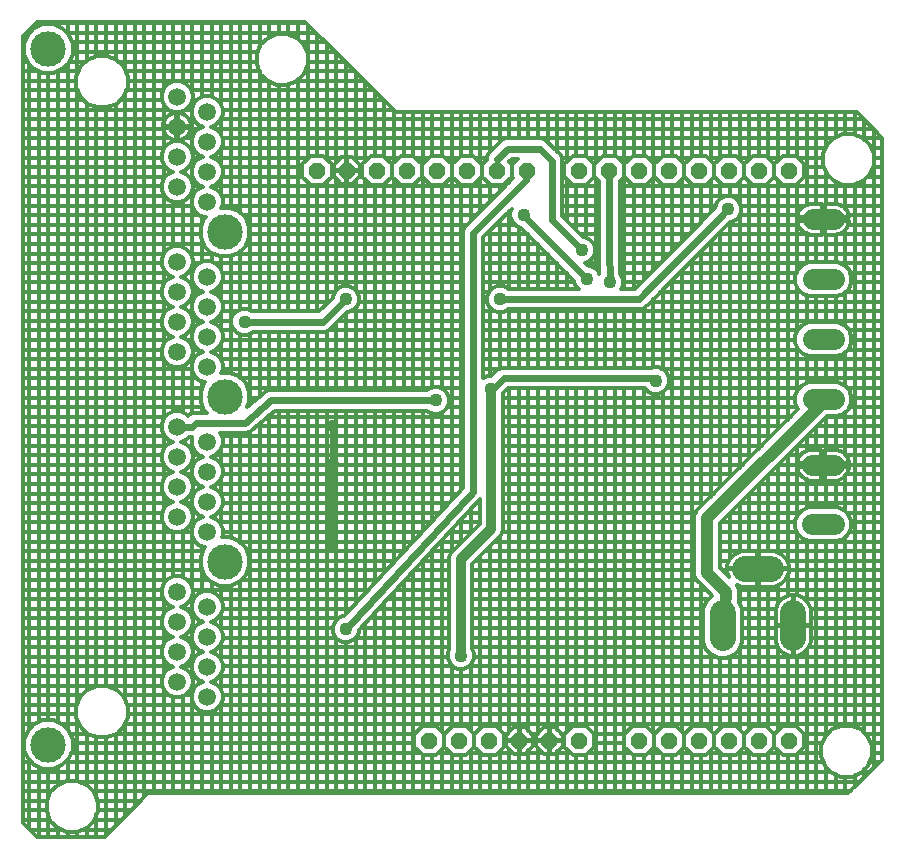
<source format=gbl>
G75*
G70*
%OFA0B0*%
%FSLAX24Y24*%
%IPPOS*%
%LPD*%
%AMOC8*
5,1,8,0,0,1.08239X$1,22.5*
%
%ADD10OC8,0.0555*%
%ADD11C,0.0860*%
%ADD12C,0.0594*%
%ADD13C,0.0710*%
%ADD14C,0.0120*%
%ADD15C,0.0436*%
%ADD16C,0.0240*%
%ADD17C,0.0160*%
%ADD18C,0.0320*%
%ADD19C,0.0400*%
%ADD20C,0.1181*%
D10*
X015051Y003410D03*
X016051Y003410D03*
X017051Y003410D03*
X018051Y003410D03*
X019051Y003410D03*
X020051Y003410D03*
X022051Y003410D03*
X023051Y003410D03*
X024051Y003410D03*
X025051Y003410D03*
X026051Y003410D03*
X027051Y003410D03*
X027051Y022410D03*
X026051Y022410D03*
X025051Y022410D03*
X024051Y022410D03*
X023051Y022410D03*
X022051Y022410D03*
X021051Y022410D03*
X020051Y022410D03*
X018301Y022410D03*
X017301Y022410D03*
X016301Y022410D03*
X015301Y022410D03*
X014301Y022410D03*
X013301Y022410D03*
X012301Y022410D03*
X011301Y022410D03*
D11*
X025576Y009131D02*
X026436Y009131D01*
X027187Y007671D02*
X027187Y006811D01*
X024825Y006811D02*
X024825Y007671D01*
D12*
X007641Y007871D03*
X007641Y006871D03*
X007641Y005871D03*
X007641Y004871D03*
X006641Y005371D03*
X006641Y006371D03*
X006641Y007371D03*
X006641Y008371D03*
X007641Y010371D03*
X007641Y011371D03*
X007641Y012371D03*
X007641Y013371D03*
X006641Y013871D03*
X006641Y012871D03*
X006641Y011871D03*
X006641Y010871D03*
X007641Y015871D03*
X007641Y016871D03*
X007641Y017871D03*
X007641Y018871D03*
X006641Y019371D03*
X006641Y018371D03*
X006641Y017371D03*
X006641Y016371D03*
X007641Y021371D03*
X007641Y022371D03*
X007641Y023371D03*
X007641Y024371D03*
X006641Y024871D03*
X006641Y023871D03*
X006641Y022871D03*
X006641Y021871D03*
D13*
X027823Y020788D02*
X028533Y020788D01*
X028533Y018788D02*
X027823Y018788D01*
X027823Y016788D02*
X028533Y016788D01*
X028533Y014788D02*
X027823Y014788D01*
X027819Y012591D02*
X028529Y012591D01*
X028529Y010623D02*
X027819Y010623D01*
D14*
X001516Y000658D02*
X001516Y026895D01*
X001973Y027351D01*
X010902Y027351D01*
X013949Y024351D01*
X029303Y024351D01*
X030122Y023485D01*
X030122Y002753D01*
X029020Y001650D01*
X005673Y001650D01*
X004225Y000202D01*
X001973Y000202D01*
X001516Y000658D01*
X001516Y000761D02*
X002410Y000761D01*
X002420Y000735D02*
X002659Y000496D01*
X002972Y000366D01*
X003310Y000366D01*
X003622Y000496D01*
X003861Y000735D01*
X003991Y001047D01*
X003991Y001385D01*
X003861Y001698D01*
X003622Y001937D01*
X003310Y002066D01*
X002972Y002066D01*
X002659Y001937D01*
X002420Y001698D01*
X002291Y001385D01*
X002291Y001047D01*
X002420Y000735D01*
X002351Y000903D02*
X002351Y000202D01*
X002671Y000202D02*
X002671Y000491D01*
X002792Y000441D02*
X001733Y000441D01*
X001711Y000463D02*
X001711Y002759D01*
X001658Y002811D02*
X001886Y002583D01*
X002184Y002460D01*
X002507Y002460D01*
X002805Y002583D01*
X003033Y002811D01*
X003156Y003109D01*
X003156Y003432D01*
X003033Y003730D01*
X002805Y003958D01*
X002507Y004081D01*
X002184Y004081D01*
X001886Y003958D01*
X001658Y003730D01*
X001535Y003432D01*
X001535Y003109D01*
X001658Y002811D01*
X001789Y002681D02*
X001516Y002681D01*
X001516Y003001D02*
X001580Y003001D01*
X002031Y002524D02*
X002031Y000202D01*
X002291Y001081D02*
X001516Y001081D01*
X001516Y001401D02*
X002297Y001401D01*
X002351Y001530D02*
X002351Y002460D01*
X002671Y002528D02*
X002671Y001942D01*
X002911Y002041D02*
X001516Y002041D01*
X001516Y002361D02*
X028447Y002361D01*
X028470Y002337D02*
X028783Y002208D01*
X029121Y002208D01*
X029433Y002337D01*
X029672Y002576D01*
X029802Y002889D01*
X029802Y003227D01*
X029672Y003539D01*
X029433Y003778D01*
X029121Y003908D01*
X028783Y003908D01*
X028470Y003778D01*
X028231Y003539D01*
X028102Y003227D01*
X028102Y002889D01*
X028231Y002576D01*
X028470Y002337D01*
X028591Y002288D02*
X028591Y001650D01*
X028911Y001650D02*
X028911Y002208D01*
X029231Y002254D02*
X029231Y001862D01*
X029090Y001721D02*
X003838Y001721D01*
X003951Y001482D02*
X003951Y003519D01*
X003970Y003511D02*
X004312Y003511D01*
X004628Y003642D01*
X004870Y003884D01*
X005001Y004200D01*
X005001Y004542D01*
X004870Y004858D01*
X004628Y005100D01*
X004312Y005231D01*
X003970Y005231D01*
X003654Y005100D01*
X003412Y004858D01*
X003281Y004542D01*
X003281Y004200D01*
X003412Y003884D01*
X003654Y003642D01*
X003970Y003511D01*
X004271Y003511D02*
X004271Y000248D01*
X004464Y000441D02*
X003490Y000441D01*
X003631Y000504D02*
X003631Y000202D01*
X003311Y000202D02*
X003311Y000367D01*
X002991Y000366D02*
X002991Y000202D01*
X003872Y000761D02*
X004784Y000761D01*
X004911Y000888D02*
X004911Y003983D01*
X004902Y003961D02*
X030122Y003961D01*
X030122Y004281D02*
X005001Y004281D01*
X004976Y004601D02*
X007193Y004601D01*
X007202Y004578D02*
X007348Y004433D01*
X007538Y004354D01*
X007744Y004354D01*
X007934Y004433D01*
X008079Y004578D01*
X008158Y004768D01*
X008158Y004974D01*
X008079Y005164D01*
X007934Y005309D01*
X007785Y005371D01*
X007934Y005433D01*
X008079Y005578D01*
X008158Y005768D01*
X008158Y005974D01*
X008079Y006164D01*
X007934Y006309D01*
X007785Y006371D01*
X007934Y006433D01*
X008079Y006578D01*
X008158Y006768D01*
X008158Y006974D01*
X008079Y007164D01*
X007934Y007309D01*
X007785Y007371D01*
X007934Y007433D01*
X008079Y007578D01*
X008158Y007768D01*
X008158Y007974D01*
X008079Y008164D01*
X007934Y008309D01*
X007744Y008388D01*
X007538Y008388D01*
X007348Y008309D01*
X007202Y008164D01*
X007124Y007974D01*
X007124Y007768D01*
X007202Y007578D01*
X007348Y007433D01*
X007497Y007371D01*
X007348Y007309D01*
X007202Y007164D01*
X007124Y006974D01*
X007124Y006768D01*
X007202Y006578D01*
X007348Y006433D01*
X007497Y006371D01*
X007348Y006309D01*
X007202Y006164D01*
X007124Y005974D01*
X007124Y005768D01*
X007202Y005578D01*
X007348Y005433D01*
X007497Y005371D01*
X007348Y005309D01*
X007202Y005164D01*
X007124Y004974D01*
X007124Y004768D01*
X007202Y004578D01*
X007151Y004702D02*
X007151Y001650D01*
X007471Y001650D02*
X007471Y004382D01*
X007791Y004373D02*
X007791Y001650D01*
X008111Y001650D02*
X008111Y004654D01*
X008089Y004601D02*
X030122Y004601D01*
X030122Y004921D02*
X008158Y004921D01*
X008111Y005088D02*
X008111Y005654D01*
X008062Y005561D02*
X030122Y005561D01*
X030122Y005881D02*
X016363Y005881D01*
X016344Y005862D02*
X016467Y005985D01*
X016534Y006146D01*
X016534Y006320D01*
X016476Y006461D01*
X016476Y009294D01*
X017334Y010153D01*
X017441Y010260D01*
X017499Y010400D01*
X017499Y014955D01*
X017510Y014982D01*
X017683Y015155D01*
X022223Y015155D01*
X022343Y015035D01*
X022504Y014968D01*
X022679Y014968D01*
X022840Y015035D01*
X022963Y015158D01*
X023030Y015319D01*
X023030Y015494D01*
X022963Y015655D01*
X022840Y015778D01*
X022679Y015844D01*
X022504Y015844D01*
X022481Y015835D01*
X017475Y015835D01*
X017350Y015783D01*
X017254Y015688D01*
X017116Y015549D01*
X017003Y015549D01*
X016841Y015482D01*
X016840Y015481D01*
X016840Y019902D01*
X016839Y019905D01*
X016839Y020177D01*
X017801Y021139D01*
X017754Y021025D01*
X017754Y020851D01*
X017821Y020690D01*
X017944Y020566D01*
X018105Y020500D01*
X018120Y020500D01*
X019880Y018740D01*
X019880Y018695D01*
X019947Y018534D01*
X020023Y018458D01*
X017687Y018458D01*
X017656Y018489D01*
X017495Y018556D01*
X017320Y018556D01*
X017159Y018489D01*
X017036Y018366D01*
X016969Y018205D01*
X016969Y018031D01*
X017036Y017870D01*
X017159Y017747D01*
X017320Y017680D01*
X017495Y017680D01*
X017656Y017747D01*
X017687Y017778D01*
X021966Y017778D01*
X022034Y017778D01*
X022100Y017778D01*
X022101Y017778D01*
X022101Y017778D01*
X022161Y017803D01*
X022225Y017830D01*
X022226Y017830D01*
X022274Y017879D01*
X022321Y017925D01*
X022321Y017926D01*
X025060Y020683D01*
X025103Y020683D01*
X025264Y020750D01*
X025387Y020873D01*
X025454Y021034D01*
X025454Y021208D01*
X025387Y021369D01*
X025264Y021492D01*
X025103Y021559D01*
X024929Y021559D01*
X024768Y021492D01*
X024644Y021369D01*
X024578Y021208D01*
X024578Y021162D01*
X021891Y018458D01*
X021437Y018458D01*
X021494Y018597D01*
X021494Y018771D01*
X021428Y018932D01*
X021395Y018965D01*
X021391Y019817D01*
X021391Y022047D01*
X021549Y022204D01*
X021549Y022616D01*
X021257Y022908D01*
X020845Y022908D01*
X020554Y022616D01*
X020554Y022204D01*
X020711Y022047D01*
X020711Y019888D01*
X020711Y019887D01*
X020711Y019823D01*
X020711Y019753D01*
X020712Y019752D01*
X020715Y018969D01*
X020689Y019031D01*
X020566Y019154D01*
X020405Y019220D01*
X020361Y019220D01*
X020249Y019332D01*
X020379Y019385D01*
X020502Y019509D01*
X020569Y019670D01*
X020569Y019844D01*
X020502Y020005D01*
X020379Y020128D01*
X020218Y020195D01*
X020174Y020195D01*
X019477Y020892D01*
X019477Y022797D01*
X019425Y022922D01*
X019329Y023017D01*
X018916Y023431D01*
X018791Y023483D01*
X018656Y023483D01*
X017593Y023483D01*
X017468Y023431D01*
X017372Y023335D01*
X017013Y022976D01*
X016961Y022851D01*
X016961Y022774D01*
X016804Y022616D01*
X016804Y022204D01*
X017095Y021913D01*
X017507Y021913D01*
X017799Y022204D01*
X017799Y022616D01*
X017707Y022708D01*
X017801Y022803D01*
X017990Y022803D01*
X017804Y022616D01*
X017804Y022204D01*
X017854Y022154D01*
X016307Y020606D01*
X016211Y020510D01*
X016159Y020385D01*
X016159Y019768D01*
X016160Y019765D01*
X016160Y011842D01*
X012207Y007559D01*
X012179Y007559D01*
X012018Y007492D01*
X011894Y007369D01*
X011828Y007208D01*
X011828Y007034D01*
X011894Y006873D01*
X012018Y006750D01*
X012179Y006683D01*
X012353Y006683D01*
X012514Y006750D01*
X012637Y006873D01*
X012704Y007034D01*
X012704Y007094D01*
X016739Y011467D01*
X016739Y010633D01*
X015773Y009667D01*
X015716Y009527D01*
X015716Y009376D01*
X015716Y006461D01*
X015657Y006320D01*
X015657Y006146D01*
X015724Y005985D01*
X015847Y005862D01*
X016008Y005795D01*
X016183Y005795D01*
X016344Y005862D01*
X016431Y005949D02*
X016431Y003734D01*
X016524Y003641D02*
X016578Y003641D01*
X016554Y003616D02*
X016554Y003204D01*
X016845Y002913D01*
X017257Y002913D01*
X017549Y003204D01*
X017549Y003616D01*
X017257Y003908D01*
X016845Y003908D01*
X016554Y003616D01*
X016549Y003616D02*
X016257Y003908D01*
X015845Y003908D01*
X015554Y003616D01*
X015554Y003204D01*
X015845Y002913D01*
X016257Y002913D01*
X016549Y003204D01*
X016549Y003616D01*
X016751Y003813D02*
X016751Y009570D01*
X016902Y009721D02*
X023884Y009721D01*
X023884Y010041D02*
X017222Y010041D01*
X017071Y009890D02*
X017071Y003908D01*
X017391Y003774D02*
X017391Y010210D01*
X017483Y010361D02*
X023884Y010361D01*
X023884Y010681D02*
X017499Y010681D01*
X017499Y011001D02*
X023925Y011001D01*
X023948Y011058D02*
X023884Y010903D01*
X023884Y010736D01*
X023884Y008925D01*
X023948Y008771D01*
X024066Y008653D01*
X024485Y008234D01*
X024457Y008222D01*
X024274Y008039D01*
X024175Y007800D01*
X024175Y006682D01*
X024274Y006443D01*
X024457Y006260D01*
X024696Y006161D01*
X024954Y006161D01*
X025193Y006260D01*
X025376Y006443D01*
X025475Y006682D01*
X025475Y007800D01*
X025376Y008039D01*
X025364Y008051D01*
X025374Y008074D01*
X025374Y008276D01*
X025374Y008443D01*
X025310Y008597D01*
X025301Y008606D01*
X025459Y008541D01*
X025987Y008541D01*
X025987Y009112D01*
X024986Y009112D01*
X024986Y009013D01*
X025051Y008855D01*
X024724Y009183D01*
X024724Y010646D01*
X028292Y014213D01*
X028648Y014213D01*
X028859Y014301D01*
X029021Y014463D01*
X029108Y014674D01*
X029108Y014903D01*
X029021Y015114D01*
X028859Y015276D01*
X028648Y015363D01*
X027709Y015363D01*
X027498Y015276D01*
X027336Y015114D01*
X027248Y014903D01*
X027248Y014674D01*
X027336Y014463D01*
X027344Y014454D01*
X023948Y011058D01*
X024111Y011220D02*
X024111Y019728D01*
X024025Y019641D02*
X030122Y019641D01*
X030122Y019961D02*
X024343Y019961D01*
X024431Y020050D02*
X024431Y011540D01*
X024531Y011641D02*
X017499Y011641D01*
X017499Y011961D02*
X024851Y011961D01*
X024751Y011860D02*
X024751Y020372D01*
X024661Y020281D02*
X027702Y020281D01*
X027721Y020273D02*
X028121Y020273D01*
X028121Y020731D01*
X028236Y020731D01*
X028236Y020846D01*
X028121Y020846D01*
X028121Y021303D01*
X027721Y021303D01*
X027532Y021225D01*
X027387Y021080D01*
X027308Y020891D01*
X027308Y020846D01*
X028121Y020846D01*
X028121Y020731D01*
X027308Y020731D01*
X027308Y020686D01*
X027387Y020497D01*
X027532Y020352D01*
X027721Y020273D01*
X027631Y020311D02*
X027631Y019331D01*
X027607Y019321D02*
X023707Y019321D01*
X023791Y019405D02*
X023791Y003853D01*
X023845Y003908D02*
X023554Y003616D01*
X023554Y003204D01*
X023845Y002913D01*
X024257Y002913D01*
X024549Y003204D01*
X024549Y003616D01*
X024257Y003908D01*
X023845Y003908D01*
X024111Y003908D02*
X024111Y008608D01*
X023958Y008761D02*
X016476Y008761D01*
X016476Y009081D02*
X023884Y009081D01*
X023884Y009401D02*
X016582Y009401D01*
X016111Y010004D02*
X016111Y010786D01*
X016014Y010681D02*
X016739Y010681D01*
X016739Y011001D02*
X016309Y011001D01*
X016431Y011133D02*
X016431Y010324D01*
X016467Y010361D02*
X015718Y010361D01*
X015791Y010440D02*
X015791Y009684D01*
X015827Y009721D02*
X015128Y009721D01*
X015151Y009746D02*
X015151Y003908D01*
X015257Y003908D02*
X014845Y003908D01*
X014554Y003616D01*
X014554Y003204D01*
X014845Y002913D01*
X015257Y002913D01*
X015549Y003204D01*
X015549Y003616D01*
X015257Y003908D01*
X015471Y003694D02*
X015471Y010093D01*
X015423Y010041D02*
X016147Y010041D01*
X015716Y009401D02*
X014832Y009401D01*
X014831Y009399D02*
X014831Y003893D01*
X014578Y003641D02*
X004625Y003641D01*
X004591Y003627D02*
X004591Y000568D01*
X005104Y001081D02*
X003991Y001081D01*
X003951Y000951D02*
X003951Y000202D01*
X005231Y001208D02*
X005231Y027351D01*
X005551Y027351D02*
X005551Y001528D01*
X005424Y001401D02*
X003984Y001401D01*
X003631Y001928D02*
X003631Y003665D01*
X003656Y003641D02*
X003069Y003641D01*
X002991Y003772D02*
X002991Y025968D01*
X003033Y026010D02*
X003156Y026308D01*
X003156Y026631D01*
X003033Y026929D01*
X002805Y027156D01*
X002507Y027280D01*
X002184Y027280D01*
X001886Y027156D01*
X001658Y026929D01*
X001535Y026631D01*
X001535Y026308D01*
X001658Y026010D01*
X001886Y025782D01*
X002184Y025659D01*
X002507Y025659D01*
X002805Y025782D01*
X003033Y026010D01*
X003045Y026041D02*
X003595Y026041D01*
X003631Y026077D02*
X003631Y027351D01*
X003311Y027351D02*
X003311Y025614D01*
X003281Y025542D02*
X003281Y025200D01*
X003412Y024884D01*
X003654Y024642D01*
X003970Y024511D01*
X004312Y024511D01*
X004628Y024642D01*
X004870Y024884D01*
X005001Y025200D01*
X005001Y025542D01*
X004870Y025858D01*
X004628Y026100D01*
X004312Y026231D01*
X003970Y026231D01*
X003654Y026100D01*
X003412Y025858D01*
X003281Y025542D01*
X003281Y025401D02*
X001516Y025401D01*
X001516Y025721D02*
X002034Y025721D01*
X002031Y025722D02*
X002031Y004018D01*
X001894Y003961D02*
X001516Y003961D01*
X001711Y003782D02*
X001711Y025958D01*
X001646Y026041D02*
X001516Y026041D01*
X001516Y026361D02*
X001535Y026361D01*
X001516Y026681D02*
X001556Y026681D01*
X001622Y027001D02*
X001731Y027001D01*
X001711Y026981D02*
X001711Y027090D01*
X001942Y027321D02*
X010932Y027321D01*
X010991Y027264D02*
X010991Y022803D01*
X011028Y022841D02*
X007857Y022841D01*
X007791Y022869D02*
X007791Y022873D01*
X007785Y022871D02*
X007934Y022933D01*
X008079Y023078D01*
X008158Y023268D01*
X008158Y023474D01*
X008079Y023664D01*
X007934Y023809D01*
X007785Y023871D01*
X007934Y023933D01*
X008079Y024078D01*
X008158Y024268D01*
X008158Y024474D01*
X008079Y024664D01*
X007934Y024809D01*
X007744Y024888D01*
X007538Y024888D01*
X007348Y024809D01*
X007202Y024664D01*
X007124Y024474D01*
X007124Y024268D01*
X007202Y024078D01*
X007348Y023933D01*
X007497Y023871D01*
X007348Y023809D01*
X007202Y023664D01*
X007124Y023474D01*
X007124Y023268D01*
X007202Y023078D01*
X007348Y022933D01*
X007497Y022871D01*
X007348Y022809D01*
X007202Y022664D01*
X007124Y022474D01*
X007124Y022268D01*
X007202Y022078D01*
X007348Y021933D01*
X007497Y021871D01*
X007348Y021809D01*
X007202Y021664D01*
X007124Y021474D01*
X007124Y021268D01*
X007202Y021078D01*
X007348Y020933D01*
X007538Y020854D01*
X007592Y020854D01*
X007554Y020816D01*
X007431Y020518D01*
X007431Y020196D01*
X007554Y019898D01*
X007782Y019670D01*
X008080Y019547D01*
X008402Y019547D01*
X008700Y019670D01*
X008928Y019898D01*
X009052Y020196D01*
X009052Y020518D01*
X008928Y020816D01*
X008700Y021044D01*
X008402Y021168D01*
X008116Y021168D01*
X008158Y021268D01*
X008158Y021474D01*
X008079Y021664D01*
X007934Y021809D01*
X007785Y021871D01*
X007934Y021933D01*
X008079Y022078D01*
X008158Y022268D01*
X008158Y022474D01*
X008079Y022664D01*
X007934Y022809D01*
X007785Y022871D01*
X007471Y022860D02*
X007471Y022882D01*
X007424Y022841D02*
X007158Y022841D01*
X007158Y022768D02*
X007158Y022974D01*
X007079Y023164D01*
X006934Y023309D01*
X006744Y023388D01*
X006538Y023388D01*
X006348Y023309D01*
X006202Y023164D01*
X006124Y022974D01*
X006124Y022768D01*
X006202Y022578D01*
X006348Y022433D01*
X006497Y022371D01*
X006348Y022309D01*
X006202Y022164D01*
X006124Y021974D01*
X006124Y021768D01*
X006202Y021578D01*
X006348Y021433D01*
X006538Y021354D01*
X006744Y021354D01*
X006934Y021433D01*
X007079Y021578D01*
X007158Y021768D01*
X007158Y021974D01*
X007079Y022164D01*
X006934Y022309D01*
X006785Y022371D01*
X006934Y022433D01*
X007079Y022578D01*
X007158Y022768D01*
X007151Y022751D02*
X007151Y022539D01*
X007143Y022521D02*
X007022Y022521D01*
X006831Y022390D02*
X006831Y022352D01*
X007042Y022201D02*
X007151Y022201D01*
X007151Y022202D02*
X007151Y021991D01*
X007158Y021881D02*
X007472Y021881D01*
X007471Y021882D02*
X007471Y021860D01*
X007791Y021869D02*
X007791Y021873D01*
X007809Y021881D02*
X017582Y021881D01*
X017711Y022010D02*
X017711Y022116D01*
X017795Y022201D02*
X017807Y022201D01*
X017799Y022521D02*
X017804Y022521D01*
X017711Y022704D02*
X017711Y022712D01*
X017198Y023161D02*
X008114Y023161D01*
X008111Y023154D02*
X008111Y022588D01*
X008139Y022521D02*
X010804Y022521D01*
X010804Y022616D02*
X010804Y022204D01*
X011095Y021913D01*
X011507Y021913D01*
X011799Y022204D01*
X011799Y022616D01*
X011507Y022908D01*
X011095Y022908D01*
X010804Y022616D01*
X010807Y022201D02*
X008130Y022201D01*
X008111Y022154D02*
X008111Y021588D01*
X008122Y021561D02*
X017262Y021561D01*
X017391Y021690D02*
X017391Y021913D01*
X017071Y021937D02*
X017071Y021370D01*
X016942Y021241D02*
X008147Y021241D01*
X008431Y021156D02*
X008431Y027351D01*
X008751Y027351D02*
X008751Y020994D01*
X008824Y020921D02*
X016622Y020921D01*
X016751Y021050D02*
X016751Y022156D01*
X016795Y022201D02*
X016807Y022201D01*
X016799Y022204D02*
X016507Y021913D01*
X016095Y021913D01*
X015804Y022204D01*
X015804Y022616D01*
X016095Y022908D01*
X016507Y022908D01*
X016799Y022616D01*
X016799Y022204D01*
X016799Y022521D02*
X016804Y022521D01*
X016751Y022664D02*
X016751Y024351D01*
X017071Y024351D02*
X017071Y023034D01*
X016961Y022841D02*
X016574Y022841D01*
X016431Y022908D02*
X016431Y024351D01*
X016111Y024351D02*
X016111Y022908D01*
X016028Y022841D02*
X015574Y022841D01*
X015507Y022908D02*
X015095Y022908D01*
X014804Y022616D01*
X014804Y022204D01*
X015095Y021913D01*
X015507Y021913D01*
X015799Y022204D01*
X015799Y022616D01*
X015507Y022908D01*
X015471Y022908D02*
X015471Y024351D01*
X015791Y024351D02*
X015791Y022624D01*
X015799Y022521D02*
X015804Y022521D01*
X015795Y022201D02*
X015807Y022201D01*
X015791Y022196D02*
X015791Y011442D01*
X015679Y011321D02*
X008158Y011321D01*
X008158Y011268D02*
X008158Y011474D01*
X008079Y011664D01*
X007934Y011809D01*
X007785Y011871D01*
X007934Y011933D01*
X008079Y012078D01*
X008158Y012268D01*
X008158Y012474D01*
X008079Y012664D01*
X007934Y012809D01*
X007785Y012871D01*
X007934Y012933D01*
X008079Y013078D01*
X008158Y013268D01*
X008158Y013474D01*
X008082Y013656D01*
X008878Y013656D01*
X008932Y013652D01*
X008945Y013656D01*
X008959Y013656D01*
X009009Y013677D01*
X009061Y013694D01*
X009071Y013703D01*
X009083Y013708D01*
X009122Y013746D01*
X009892Y014406D01*
X014986Y014406D01*
X015018Y014375D01*
X015179Y014308D01*
X015353Y014308D01*
X015514Y014375D01*
X015637Y014498D01*
X015704Y014659D01*
X015704Y014833D01*
X015637Y014994D01*
X015514Y015117D01*
X015353Y015184D01*
X015179Y015184D01*
X015018Y015117D01*
X014986Y015086D01*
X009779Y015086D01*
X009724Y015090D01*
X009712Y015086D01*
X009698Y015086D01*
X009648Y015065D01*
X009596Y015048D01*
X009586Y015039D01*
X009573Y015034D01*
X009535Y014996D01*
X008973Y014514D01*
X009052Y014704D01*
X009052Y015026D01*
X008928Y015324D01*
X008700Y015552D01*
X008402Y015676D01*
X008120Y015676D01*
X008158Y015768D01*
X008158Y015974D01*
X008079Y016164D01*
X007934Y016309D01*
X007785Y016371D01*
X007934Y016433D01*
X008079Y016578D01*
X008158Y016768D01*
X008158Y016974D01*
X008079Y017164D01*
X007934Y017309D01*
X007785Y017371D01*
X007934Y017433D01*
X008079Y017578D01*
X008158Y017768D01*
X008158Y017974D01*
X008079Y018164D01*
X007934Y018309D01*
X007785Y018371D01*
X007934Y018433D01*
X008079Y018578D01*
X008158Y018768D01*
X008158Y018974D01*
X008079Y019164D01*
X007934Y019309D01*
X007744Y019388D01*
X007538Y019388D01*
X007348Y019309D01*
X007202Y019164D01*
X007124Y018974D01*
X007124Y018768D01*
X007202Y018578D01*
X007348Y018433D01*
X007497Y018371D01*
X007348Y018309D01*
X007202Y018164D01*
X007124Y017974D01*
X007124Y017768D01*
X007202Y017578D01*
X007348Y017433D01*
X007497Y017371D01*
X007348Y017309D01*
X007202Y017164D01*
X007124Y016974D01*
X007124Y016768D01*
X007202Y016578D01*
X007348Y016433D01*
X007497Y016371D01*
X007348Y016309D01*
X007202Y016164D01*
X007124Y015974D01*
X007124Y015768D01*
X007202Y015578D01*
X007348Y015433D01*
X007538Y015354D01*
X007584Y015354D01*
X007554Y015324D01*
X007431Y015026D01*
X007431Y014704D01*
X007554Y014406D01*
X007624Y014336D01*
X007198Y014336D01*
X007073Y014284D01*
X007016Y014227D01*
X006934Y014309D01*
X006744Y014388D01*
X006538Y014388D01*
X006348Y014309D01*
X006202Y014164D01*
X006124Y013974D01*
X006124Y013768D01*
X006202Y013578D01*
X006348Y013433D01*
X006497Y013371D01*
X006348Y013309D01*
X006202Y013164D01*
X006124Y012974D01*
X006124Y012768D01*
X006202Y012578D01*
X006348Y012433D01*
X006497Y012371D01*
X006348Y012309D01*
X006202Y012164D01*
X006124Y011974D01*
X006124Y011768D01*
X006202Y011578D01*
X006348Y011433D01*
X006497Y011371D01*
X006348Y011309D01*
X006202Y011164D01*
X006124Y010974D01*
X006124Y010768D01*
X006202Y010578D01*
X006348Y010433D01*
X006538Y010354D01*
X006744Y010354D01*
X006934Y010433D01*
X007079Y010578D01*
X007158Y010768D01*
X007158Y010974D01*
X007079Y011164D01*
X006934Y011309D01*
X006785Y011371D01*
X006934Y011433D01*
X007079Y011578D01*
X007158Y011768D01*
X007158Y011974D01*
X007079Y012164D01*
X006934Y012309D01*
X006785Y012371D01*
X006934Y012433D01*
X007079Y012578D01*
X007158Y012768D01*
X007158Y012974D01*
X007079Y013164D01*
X006934Y013309D01*
X006785Y013371D01*
X006934Y013433D01*
X007032Y013531D01*
X007073Y013531D01*
X007147Y013531D01*
X007124Y013474D01*
X007124Y013268D01*
X007202Y013078D01*
X007348Y012933D01*
X007497Y012871D01*
X007348Y012809D01*
X007202Y012664D01*
X007124Y012474D01*
X007124Y012268D01*
X007202Y012078D01*
X007348Y011933D01*
X007497Y011871D01*
X007348Y011809D01*
X007202Y011664D01*
X007124Y011474D01*
X007124Y011268D01*
X007202Y011078D01*
X007348Y010933D01*
X007497Y010871D01*
X007348Y010809D01*
X007202Y010664D01*
X007124Y010474D01*
X007124Y010268D01*
X007202Y010078D01*
X007348Y009933D01*
X007538Y009854D01*
X007576Y009854D01*
X007554Y009832D01*
X007431Y009534D01*
X007431Y009212D01*
X007554Y008914D01*
X007782Y008686D01*
X008080Y008562D01*
X008402Y008562D01*
X008700Y008686D01*
X008928Y008914D01*
X009052Y009212D01*
X009052Y009534D01*
X008928Y009832D01*
X008700Y010060D01*
X008402Y010183D01*
X008123Y010183D01*
X008158Y010268D01*
X008158Y010474D01*
X008079Y010664D01*
X007934Y010809D01*
X007785Y010871D01*
X007934Y010933D01*
X008079Y011078D01*
X008158Y011268D01*
X008111Y011154D02*
X008111Y010588D01*
X008062Y010681D02*
X015088Y010681D01*
X015151Y010749D02*
X015151Y014319D01*
X015471Y014357D02*
X015471Y011096D01*
X015384Y011001D02*
X008002Y011001D01*
X007791Y010873D02*
X007791Y010869D01*
X007471Y010860D02*
X007471Y010882D01*
X007279Y011001D02*
X007147Y011001D01*
X007151Y010991D02*
X007151Y011202D01*
X007124Y011321D02*
X006906Y011321D01*
X006831Y011352D02*
X006831Y011390D01*
X007151Y011539D02*
X007151Y011751D01*
X007193Y011641D02*
X007105Y011641D01*
X007158Y011961D02*
X007319Y011961D01*
X007151Y011991D02*
X007151Y012202D01*
X007124Y012281D02*
X006962Y012281D01*
X006831Y012352D02*
X006831Y012390D01*
X007089Y012601D02*
X007176Y012601D01*
X007151Y012539D02*
X007151Y012751D01*
X007158Y012921D02*
X007376Y012921D01*
X007471Y012882D02*
X007471Y012860D01*
X007791Y012868D02*
X007791Y012873D01*
X007906Y012921D02*
X016160Y012921D01*
X016160Y013241D02*
X008147Y013241D01*
X008111Y013154D02*
X008111Y012588D01*
X008105Y012601D02*
X016160Y012601D01*
X016160Y012281D02*
X008158Y012281D01*
X008111Y012154D02*
X008111Y011588D01*
X008089Y011641D02*
X015974Y011641D01*
X016111Y011789D02*
X016111Y021913D01*
X016431Y021913D02*
X016431Y020730D01*
X016301Y020601D02*
X009018Y020601D01*
X009052Y020281D02*
X016159Y020281D01*
X016159Y019961D02*
X008954Y019961D01*
X008751Y019720D02*
X008751Y017787D01*
X008804Y017809D02*
X008643Y017742D01*
X008519Y017619D01*
X008453Y017458D01*
X008453Y017284D01*
X008519Y017123D01*
X008643Y017000D01*
X008804Y016933D01*
X008978Y016933D01*
X009139Y017000D01*
X009170Y017031D01*
X011448Y017031D01*
X011584Y017031D01*
X011708Y017083D01*
X012309Y017683D01*
X012353Y017683D01*
X012514Y017750D01*
X012637Y017873D01*
X012704Y018034D01*
X012704Y018208D01*
X012637Y018369D01*
X012514Y018492D01*
X012353Y018559D01*
X012179Y018559D01*
X012018Y018492D01*
X011894Y018369D01*
X011828Y018208D01*
X011828Y018164D01*
X011375Y017711D01*
X009170Y017711D01*
X009139Y017742D01*
X008978Y017809D01*
X008804Y017809D01*
X008621Y017721D02*
X008138Y017721D01*
X008111Y017654D02*
X008111Y017088D01*
X008114Y017081D02*
X008561Y017081D01*
X008751Y016955D02*
X008751Y015502D01*
X008772Y015481D02*
X016160Y015481D01*
X016160Y015801D02*
X008158Y015801D01*
X008111Y016088D02*
X008111Y016654D01*
X008155Y016761D02*
X016160Y016761D01*
X016160Y017081D02*
X011704Y017081D01*
X011631Y017051D02*
X011631Y015086D01*
X011951Y015086D02*
X011951Y017325D01*
X012027Y017401D02*
X016160Y017401D01*
X016160Y017721D02*
X012445Y017721D01*
X012591Y017826D02*
X012591Y015086D01*
X012911Y015086D02*
X012911Y022097D01*
X012807Y022201D02*
X012711Y022201D01*
X012739Y022229D02*
X012739Y022391D01*
X012320Y022391D01*
X012320Y021973D01*
X012482Y021973D01*
X012739Y022229D01*
X012804Y022204D02*
X012804Y022616D01*
X013095Y022908D01*
X013507Y022908D01*
X013799Y022616D01*
X013799Y022204D01*
X013507Y021913D01*
X013095Y021913D01*
X012804Y022204D01*
X012739Y022429D02*
X012739Y022591D01*
X012482Y022848D01*
X012320Y022848D01*
X012320Y022429D01*
X012282Y022429D01*
X012282Y022391D01*
X011864Y022391D01*
X011864Y022229D01*
X012120Y021973D01*
X012282Y021973D01*
X012282Y022391D01*
X012320Y022391D01*
X012320Y022429D01*
X012739Y022429D01*
X012739Y022521D02*
X012804Y022521D01*
X012911Y022723D02*
X012911Y025373D01*
X012883Y025401D02*
X010623Y025401D01*
X010622Y025400D02*
X010861Y025639D01*
X010991Y025952D01*
X010991Y026290D01*
X010861Y026602D01*
X010622Y026841D01*
X010310Y026971D01*
X009972Y026971D01*
X009659Y026841D01*
X009420Y026602D01*
X009291Y026290D01*
X009291Y025952D01*
X009420Y025639D01*
X009659Y025400D01*
X009972Y025271D01*
X010310Y025271D01*
X010622Y025400D01*
X010671Y025449D02*
X010671Y017711D01*
X010991Y017711D02*
X010991Y022017D01*
X011311Y021913D02*
X011311Y017711D01*
X011385Y017721D02*
X009160Y017721D01*
X009071Y017771D02*
X009071Y027351D01*
X009391Y027351D02*
X009391Y026531D01*
X009320Y026361D02*
X003156Y026361D01*
X003135Y026681D02*
X009499Y026681D01*
X009711Y026863D02*
X009711Y027351D01*
X010031Y027351D02*
X010031Y026971D01*
X010351Y026954D02*
X010351Y027351D01*
X010671Y027351D02*
X010671Y026793D01*
X010783Y026681D02*
X011583Y026681D01*
X011631Y026633D02*
X011631Y022784D01*
X011574Y022841D02*
X012113Y022841D01*
X012120Y022848D02*
X011864Y022591D01*
X011864Y022429D01*
X012282Y022429D01*
X012282Y022848D01*
X012120Y022848D01*
X012271Y022848D02*
X012271Y026003D01*
X012233Y026041D02*
X010991Y026041D01*
X010961Y026361D02*
X011908Y026361D01*
X011951Y026318D02*
X011951Y022679D01*
X011864Y022521D02*
X011799Y022521D01*
X011951Y022429D02*
X011951Y022391D01*
X011892Y022201D02*
X011795Y022201D01*
X011951Y022142D02*
X011951Y018426D01*
X011891Y018361D02*
X007809Y018361D01*
X007791Y018369D02*
X007791Y018373D01*
X007473Y018361D02*
X007158Y018361D01*
X007158Y018268D02*
X007158Y018474D01*
X007079Y018664D01*
X006934Y018809D01*
X006785Y018871D01*
X006934Y018933D01*
X007079Y019078D01*
X007158Y019268D01*
X007158Y019474D01*
X007079Y019664D01*
X006934Y019809D01*
X006744Y019888D01*
X006538Y019888D01*
X006348Y019809D01*
X006202Y019664D01*
X006124Y019474D01*
X006124Y019268D01*
X006202Y019078D01*
X006348Y018933D01*
X006497Y018871D01*
X006348Y018809D01*
X006202Y018664D01*
X006124Y018474D01*
X006124Y018268D01*
X006202Y018078D01*
X006348Y017933D01*
X006497Y017871D01*
X006348Y017809D01*
X006202Y017664D01*
X006124Y017474D01*
X006124Y017268D01*
X006202Y017078D01*
X006348Y016933D01*
X006497Y016871D01*
X006348Y016809D01*
X006202Y016664D01*
X006124Y016474D01*
X006124Y016268D01*
X006202Y016078D01*
X006348Y015933D01*
X006538Y015854D01*
X006744Y015854D01*
X006934Y015933D01*
X007079Y016078D01*
X007158Y016268D01*
X007158Y016474D01*
X007079Y016664D01*
X006934Y016809D01*
X006785Y016871D01*
X006934Y016933D01*
X007079Y017078D01*
X007158Y017268D01*
X007158Y017474D01*
X007079Y017664D01*
X006934Y017809D01*
X006785Y017871D01*
X006934Y017933D01*
X007079Y018078D01*
X007158Y018268D01*
X007151Y018251D02*
X007151Y018039D01*
X007152Y018041D02*
X007042Y018041D01*
X006831Y017890D02*
X006831Y017852D01*
X007022Y017721D02*
X007143Y017721D01*
X007151Y017702D02*
X007151Y017491D01*
X007158Y017401D02*
X007424Y017401D01*
X007471Y017382D02*
X007471Y017360D01*
X007791Y017369D02*
X007791Y017373D01*
X007858Y017401D02*
X008453Y017401D01*
X008130Y018041D02*
X011705Y018041D01*
X011631Y017967D02*
X011631Y022036D01*
X012271Y021973D02*
X012271Y018559D01*
X012591Y018415D02*
X012591Y022081D01*
X012320Y022201D02*
X012282Y022201D01*
X012271Y022391D02*
X012271Y022429D01*
X012282Y022521D02*
X012320Y022521D01*
X012591Y022429D02*
X012591Y022391D01*
X012591Y022739D02*
X012591Y025688D01*
X012558Y025721D02*
X010895Y025721D01*
X010351Y025288D02*
X010351Y017711D01*
X010031Y017711D02*
X010031Y025271D01*
X009711Y025379D02*
X009711Y017711D01*
X009391Y017711D02*
X009391Y025711D01*
X009387Y025721D02*
X004926Y025721D01*
X004911Y025759D02*
X004911Y027351D01*
X004591Y027351D02*
X004591Y026115D01*
X004687Y026041D02*
X009291Y026041D01*
X009659Y025401D02*
X005001Y025401D01*
X004951Y025081D02*
X006168Y025081D01*
X006191Y025136D02*
X006191Y027351D01*
X006511Y027351D02*
X006511Y025377D01*
X006538Y025388D02*
X006348Y025309D01*
X006202Y025164D01*
X006124Y024974D01*
X006124Y024768D01*
X006202Y024578D01*
X006348Y024433D01*
X006538Y024354D01*
X006744Y024354D01*
X006934Y024433D01*
X007079Y024578D01*
X007158Y024768D01*
X007158Y024974D01*
X007079Y025164D01*
X006934Y025309D01*
X006744Y025388D01*
X006538Y025388D01*
X006831Y025352D02*
X006831Y027351D01*
X007151Y027351D02*
X007151Y024991D01*
X007114Y025081D02*
X013208Y025081D01*
X013231Y025058D02*
X013231Y022908D01*
X013028Y022841D02*
X012489Y022841D01*
X012320Y022841D02*
X012282Y022841D01*
X011311Y022908D02*
X011311Y026948D01*
X011258Y027001D02*
X002960Y027001D01*
X002991Y026970D02*
X002991Y027351D01*
X002671Y027351D02*
X002671Y027212D01*
X002351Y027280D02*
X002351Y027351D01*
X002031Y027351D02*
X002031Y027216D01*
X002657Y025721D02*
X003355Y025721D01*
X003311Y025128D02*
X003311Y004614D01*
X003306Y004601D02*
X001516Y004601D01*
X001516Y004921D02*
X003475Y004921D01*
X003631Y005077D02*
X003631Y024665D01*
X003535Y024761D02*
X001516Y024761D01*
X001516Y025081D02*
X003330Y025081D01*
X003951Y024519D02*
X003951Y005223D01*
X004271Y005231D02*
X004271Y024511D01*
X004591Y024627D02*
X004591Y005115D01*
X004807Y004921D02*
X006376Y004921D01*
X006348Y004933D02*
X006538Y004854D01*
X006744Y004854D01*
X006934Y004933D01*
X007079Y005078D01*
X007158Y005268D01*
X007158Y005474D01*
X007079Y005664D01*
X006934Y005809D01*
X006785Y005871D01*
X006934Y005933D01*
X007079Y006078D01*
X007158Y006268D01*
X007158Y006474D01*
X007079Y006664D01*
X006934Y006809D01*
X006785Y006871D01*
X006934Y006933D01*
X007079Y007078D01*
X007158Y007268D01*
X007158Y007474D01*
X007079Y007664D01*
X006934Y007809D01*
X006785Y007871D01*
X006934Y007933D01*
X007079Y008078D01*
X007158Y008268D01*
X007158Y008474D01*
X007079Y008664D01*
X006934Y008809D01*
X006744Y008888D01*
X006538Y008888D01*
X006348Y008809D01*
X006202Y008664D01*
X006124Y008474D01*
X006124Y008268D01*
X006202Y008078D01*
X006348Y007933D01*
X006497Y007871D01*
X006348Y007809D01*
X006202Y007664D01*
X006124Y007474D01*
X006124Y007268D01*
X006202Y007078D01*
X006348Y006933D01*
X006497Y006871D01*
X006348Y006809D01*
X006202Y006664D01*
X006124Y006474D01*
X006124Y006268D01*
X006202Y006078D01*
X006348Y005933D01*
X006497Y005871D01*
X006348Y005809D01*
X006202Y005664D01*
X006124Y005474D01*
X006124Y005268D01*
X006202Y005078D01*
X006348Y004933D01*
X006511Y004865D02*
X006511Y001650D01*
X006831Y001650D02*
X006831Y004890D01*
X006906Y004921D02*
X007124Y004921D01*
X007151Y005039D02*
X007151Y005251D01*
X007147Y005241D02*
X007280Y005241D01*
X007471Y005360D02*
X007471Y005382D01*
X007219Y005561D02*
X007122Y005561D01*
X007151Y005491D02*
X007151Y005702D01*
X007124Y005881D02*
X006809Y005881D01*
X006831Y005890D02*
X006831Y005852D01*
X006472Y005881D02*
X001516Y005881D01*
X001516Y006201D02*
X006151Y006201D01*
X006191Y006106D02*
X006191Y005636D01*
X006160Y005561D02*
X001516Y005561D01*
X001516Y005241D02*
X006135Y005241D01*
X006191Y005106D02*
X006191Y001650D01*
X005871Y001650D02*
X005871Y027351D01*
X007471Y027351D02*
X007471Y024860D01*
X007300Y024761D02*
X007155Y024761D01*
X007151Y024751D02*
X007151Y024539D01*
X007124Y024441D02*
X006942Y024441D01*
X006831Y024390D02*
X006831Y024287D01*
X006900Y024258D02*
X006732Y024328D01*
X006669Y024328D01*
X006669Y023900D01*
X006612Y023900D01*
X006612Y024328D01*
X006550Y024328D01*
X006382Y024258D01*
X006253Y024130D01*
X006184Y023962D01*
X006184Y023900D01*
X006612Y023900D01*
X006612Y023842D01*
X006669Y023842D01*
X006669Y023414D01*
X006732Y023414D01*
X006900Y023483D01*
X007028Y023612D01*
X007098Y023780D01*
X007098Y023842D01*
X006670Y023842D01*
X006670Y023900D01*
X007098Y023900D01*
X007098Y023962D01*
X007028Y024130D01*
X006900Y024258D01*
X007032Y024121D02*
X007185Y024121D01*
X007151Y024202D02*
X007151Y023539D01*
X007127Y023481D02*
X006894Y023481D01*
X006831Y023455D02*
X006831Y023352D01*
X006669Y023481D02*
X006612Y023481D01*
X006612Y023414D02*
X006612Y023842D01*
X006184Y023842D01*
X006184Y023780D01*
X006253Y023612D01*
X006382Y023483D01*
X006550Y023414D01*
X006612Y023414D01*
X006511Y023430D02*
X006511Y023377D01*
X006388Y023481D02*
X001516Y023481D01*
X001516Y023801D02*
X006184Y023801D01*
X006191Y023763D02*
X006191Y023136D01*
X006201Y023161D02*
X001516Y023161D01*
X001516Y022841D02*
X006124Y022841D01*
X006191Y022606D02*
X006191Y022136D01*
X006240Y022201D02*
X001516Y022201D01*
X001516Y022521D02*
X006259Y022521D01*
X006124Y021881D02*
X001516Y021881D01*
X001516Y021561D02*
X006219Y021561D01*
X006191Y021606D02*
X006191Y019636D01*
X006193Y019641D02*
X001516Y019641D01*
X001516Y019961D02*
X007528Y019961D01*
X007471Y020099D02*
X007471Y019360D01*
X007376Y019321D02*
X007158Y019321D01*
X007151Y019251D02*
X007151Y019039D01*
X007135Y019001D02*
X007002Y019001D01*
X006831Y018890D02*
X006831Y018852D01*
X007062Y018681D02*
X007160Y018681D01*
X007151Y018702D02*
X007151Y018491D01*
X007471Y018382D02*
X007471Y018360D01*
X008111Y018088D02*
X008111Y018654D01*
X008122Y018681D02*
X016160Y018681D01*
X016160Y019001D02*
X008147Y019001D01*
X008111Y019088D02*
X008111Y019547D01*
X007852Y019641D02*
X007089Y019641D01*
X007151Y019491D02*
X007151Y021202D01*
X007135Y021241D02*
X001516Y021241D01*
X001516Y020921D02*
X007376Y020921D01*
X007471Y020882D02*
X007471Y020615D01*
X007465Y020601D02*
X001516Y020601D01*
X001516Y020281D02*
X007431Y020281D01*
X007791Y019666D02*
X007791Y019369D01*
X007906Y019321D02*
X016160Y019321D01*
X016160Y019641D02*
X008630Y019641D01*
X008431Y019558D02*
X008431Y015664D01*
X008097Y016121D02*
X016160Y016121D01*
X016160Y016441D02*
X007942Y016441D01*
X007791Y016373D02*
X007791Y016369D01*
X007471Y016360D02*
X007471Y016382D01*
X007339Y016441D02*
X007158Y016441D01*
X007151Y016491D02*
X007151Y016702D01*
X007127Y016761D02*
X006982Y016761D01*
X006831Y016852D02*
X006831Y016890D01*
X007080Y017081D02*
X007168Y017081D01*
X007151Y017039D02*
X007151Y017251D01*
X006201Y017081D02*
X001516Y017081D01*
X001516Y016761D02*
X006300Y016761D01*
X006191Y016636D02*
X006191Y017106D01*
X006124Y017401D02*
X001516Y017401D01*
X001516Y017721D02*
X006260Y017721D01*
X006191Y017636D02*
X006191Y018106D01*
X006239Y018041D02*
X001516Y018041D01*
X001516Y018361D02*
X006124Y018361D01*
X006191Y018636D02*
X006191Y019106D01*
X006279Y019001D02*
X001516Y019001D01*
X001516Y019321D02*
X006124Y019321D01*
X006220Y018681D02*
X001516Y018681D01*
X001516Y016441D02*
X006124Y016441D01*
X006185Y016121D02*
X001516Y016121D01*
X001516Y015801D02*
X007124Y015801D01*
X007151Y015702D02*
X007151Y014316D01*
X007471Y014336D02*
X007471Y014607D01*
X007506Y014521D02*
X001516Y014521D01*
X001516Y014841D02*
X007431Y014841D01*
X007471Y015123D02*
X007471Y015382D01*
X007299Y015481D02*
X001516Y015481D01*
X001516Y015161D02*
X007486Y015161D01*
X006831Y015890D02*
X006831Y014352D01*
X006511Y014377D02*
X006511Y015865D01*
X006191Y016106D02*
X006191Y014136D01*
X006240Y014201D02*
X001516Y014201D01*
X001516Y013881D02*
X006124Y013881D01*
X006191Y013606D02*
X006191Y013136D01*
X006280Y013241D02*
X001516Y013241D01*
X001516Y012921D02*
X006124Y012921D01*
X006191Y012606D02*
X006191Y012136D01*
X006124Y011961D02*
X001516Y011961D01*
X001516Y012281D02*
X006320Y012281D01*
X006193Y012601D02*
X001516Y012601D01*
X001516Y011641D02*
X006176Y011641D01*
X006191Y011606D02*
X006191Y011136D01*
X006135Y011001D02*
X001516Y011001D01*
X001516Y010681D02*
X006160Y010681D01*
X006191Y010606D02*
X006191Y008636D01*
X006300Y008761D02*
X001516Y008761D01*
X001516Y009081D02*
X007485Y009081D01*
X007471Y009115D02*
X007471Y008360D01*
X007791Y008369D02*
X007791Y008682D01*
X007707Y008761D02*
X006982Y008761D01*
X006831Y008852D02*
X006831Y010390D01*
X006761Y010361D02*
X007124Y010361D01*
X007151Y010202D02*
X007151Y008491D01*
X007158Y008441D02*
X013021Y008441D01*
X012911Y008321D02*
X012911Y014406D01*
X013231Y014406D02*
X013231Y008668D01*
X013317Y008761D02*
X008776Y008761D01*
X008751Y008736D02*
X008751Y001650D01*
X009071Y001650D02*
X009071Y013702D01*
X009279Y013881D02*
X016160Y013881D01*
X016160Y014201D02*
X009652Y014201D01*
X009711Y014251D02*
X009711Y001650D01*
X009391Y001650D02*
X009391Y013977D01*
X008981Y014521D02*
X008976Y014521D01*
X009071Y014598D02*
X009071Y016971D01*
X009391Y017031D02*
X009391Y014872D01*
X009354Y014841D02*
X009052Y014841D01*
X008996Y015161D02*
X015123Y015161D01*
X015151Y015173D02*
X015151Y021913D01*
X015471Y021913D02*
X015471Y015135D01*
X015409Y015161D02*
X016160Y015161D01*
X016160Y014841D02*
X015701Y014841D01*
X015647Y014521D02*
X016160Y014521D01*
X016160Y013561D02*
X008122Y013561D01*
X008111Y013587D02*
X008111Y013656D01*
X008431Y013656D02*
X008431Y010172D01*
X008719Y010041D02*
X014498Y010041D01*
X014511Y010055D02*
X014511Y014406D01*
X014831Y014406D02*
X014831Y010402D01*
X014793Y010361D02*
X008158Y010361D01*
X008751Y010010D02*
X008751Y013656D01*
X010031Y014406D02*
X010031Y001650D01*
X010351Y001650D02*
X010351Y014406D01*
X010671Y014406D02*
X010671Y001650D01*
X010991Y001650D02*
X010991Y014406D01*
X011311Y014406D02*
X011311Y001650D01*
X011631Y001650D02*
X011631Y014406D01*
X011951Y014406D02*
X011951Y007426D01*
X012006Y007481D02*
X007982Y007481D01*
X008111Y007654D02*
X008111Y007088D01*
X008080Y007161D02*
X011828Y007161D01*
X011926Y006841D02*
X008158Y006841D01*
X008111Y006654D02*
X008111Y006088D01*
X008042Y006201D02*
X015657Y006201D01*
X015791Y005918D02*
X015791Y003853D01*
X015578Y003641D02*
X015524Y003641D01*
X015549Y003321D02*
X015554Y003321D01*
X015471Y003126D02*
X015471Y001650D01*
X015791Y001650D02*
X015791Y002967D01*
X015757Y003001D02*
X015345Y003001D01*
X015151Y002913D02*
X015151Y001650D01*
X014831Y001650D02*
X014831Y002927D01*
X014757Y003001D02*
X003111Y003001D01*
X002991Y002770D02*
X002991Y002066D01*
X003311Y002066D02*
X003311Y004128D01*
X003281Y004281D02*
X001516Y004281D01*
X001516Y003641D02*
X001622Y003641D01*
X001535Y003321D02*
X001516Y003321D01*
X002351Y004081D02*
X002351Y025659D01*
X002671Y025727D02*
X002671Y004013D01*
X002797Y003961D02*
X003380Y003961D01*
X003156Y003321D02*
X014554Y003321D01*
X016111Y002913D02*
X016111Y001650D01*
X016431Y001650D02*
X016431Y003086D01*
X016345Y003001D02*
X016757Y003001D01*
X016751Y003007D02*
X016751Y001650D01*
X017071Y001650D02*
X017071Y002913D01*
X017345Y003001D02*
X017842Y003001D01*
X017870Y002973D02*
X017614Y003229D01*
X017614Y003391D01*
X018032Y003391D01*
X018032Y003429D01*
X017614Y003429D01*
X017614Y003591D01*
X017870Y003848D01*
X018032Y003848D01*
X018032Y003429D01*
X018070Y003429D01*
X018070Y003848D01*
X018232Y003848D01*
X018489Y003591D01*
X018489Y003429D01*
X018070Y003429D01*
X018070Y003391D01*
X018070Y002973D01*
X018232Y002973D01*
X018489Y003229D01*
X018489Y003391D01*
X018070Y003391D01*
X018032Y003391D01*
X018032Y002973D01*
X017870Y002973D01*
X018031Y002973D02*
X018031Y001650D01*
X018351Y001650D02*
X018351Y003091D01*
X018261Y003001D02*
X018842Y003001D01*
X018870Y002973D02*
X018614Y003229D01*
X018614Y003391D01*
X019032Y003391D01*
X019032Y003429D01*
X018614Y003429D01*
X018614Y003591D01*
X018870Y003848D01*
X019032Y003848D01*
X019032Y003429D01*
X019070Y003429D01*
X019070Y003848D01*
X019232Y003848D01*
X019489Y003591D01*
X019489Y003429D01*
X019070Y003429D01*
X019070Y003391D01*
X019070Y002973D01*
X019232Y002973D01*
X019489Y003229D01*
X019489Y003391D01*
X019070Y003391D01*
X019032Y003391D01*
X019032Y002973D01*
X018870Y002973D01*
X018991Y002973D02*
X018991Y001650D01*
X019311Y001650D02*
X019311Y003051D01*
X019261Y003001D02*
X019757Y003001D01*
X019845Y002913D02*
X020257Y002913D01*
X020549Y003204D01*
X020549Y003616D01*
X020257Y003908D01*
X019845Y003908D01*
X019554Y003616D01*
X019554Y003204D01*
X019845Y002913D01*
X019951Y002913D02*
X019951Y001650D01*
X020271Y001650D02*
X020271Y002926D01*
X020345Y003001D02*
X021757Y003001D01*
X021845Y002913D02*
X022257Y002913D01*
X022549Y003204D01*
X022549Y003616D01*
X022257Y003908D01*
X021845Y003908D01*
X021554Y003616D01*
X021554Y003204D01*
X021845Y002913D01*
X021871Y002913D02*
X021871Y001650D01*
X021551Y001650D02*
X021551Y015155D01*
X021871Y015155D02*
X021871Y003908D01*
X021578Y003641D02*
X020524Y003641D01*
X020549Y003321D02*
X021554Y003321D01*
X022191Y002913D02*
X022191Y001650D01*
X022511Y001650D02*
X022511Y003166D01*
X022554Y003204D02*
X022845Y002913D01*
X023257Y002913D01*
X023549Y003204D01*
X023549Y003616D01*
X023257Y003908D01*
X022845Y003908D01*
X022554Y003616D01*
X022554Y003204D01*
X022549Y003321D02*
X022554Y003321D01*
X022578Y003641D02*
X022524Y003641D01*
X022511Y003654D02*
X022511Y014968D01*
X022831Y015031D02*
X022831Y003893D01*
X023151Y003908D02*
X023151Y018761D01*
X023071Y018681D02*
X027248Y018681D01*
X027248Y018674D02*
X027336Y018463D01*
X027498Y018301D01*
X027709Y018213D01*
X028648Y018213D01*
X028859Y018301D01*
X029021Y018463D01*
X029108Y018674D01*
X029108Y018903D01*
X029021Y019114D01*
X028859Y019276D01*
X028648Y019363D01*
X027709Y019363D01*
X027498Y019276D01*
X027336Y019114D01*
X027248Y018903D01*
X027248Y018674D01*
X027311Y018523D02*
X027311Y017054D01*
X027322Y017081D02*
X016840Y017081D01*
X016840Y016761D02*
X027248Y016761D01*
X027248Y016674D02*
X027336Y016463D01*
X027498Y016301D01*
X027709Y016213D01*
X028648Y016213D01*
X028859Y016301D01*
X029021Y016463D01*
X029108Y016674D01*
X029108Y016903D01*
X029021Y017114D01*
X028859Y017276D01*
X028648Y017363D01*
X027709Y017363D01*
X027498Y017276D01*
X027336Y017114D01*
X027248Y016903D01*
X027248Y016674D01*
X027311Y016523D02*
X027311Y015054D01*
X027383Y015161D02*
X022964Y015161D01*
X023030Y015481D02*
X030122Y015481D01*
X030122Y015801D02*
X022784Y015801D01*
X022831Y015781D02*
X022831Y018439D01*
X022753Y018361D02*
X027437Y018361D01*
X027631Y018246D02*
X027631Y017331D01*
X027951Y017363D02*
X027951Y018213D01*
X028271Y018213D02*
X028271Y017363D01*
X028591Y017363D02*
X028591Y018213D01*
X028911Y018353D02*
X028911Y017224D01*
X029034Y017081D02*
X030122Y017081D01*
X030122Y016761D02*
X029108Y016761D01*
X028999Y016441D02*
X030122Y016441D01*
X030122Y016121D02*
X016840Y016121D01*
X016840Y016441D02*
X027357Y016441D01*
X027631Y016246D02*
X027631Y015331D01*
X027951Y015363D02*
X027951Y016213D01*
X028271Y016213D02*
X028271Y015363D01*
X028591Y015363D02*
X028591Y016213D01*
X028911Y016353D02*
X028911Y015224D01*
X028974Y015161D02*
X030122Y015161D01*
X030122Y014841D02*
X029108Y014841D01*
X029045Y014521D02*
X030122Y014521D01*
X030122Y014201D02*
X028279Y014201D01*
X028271Y014192D02*
X028271Y013106D01*
X028232Y013106D02*
X028232Y012649D01*
X029044Y012649D01*
X029044Y012694D01*
X028966Y012883D01*
X028821Y013028D01*
X028632Y013106D01*
X028232Y013106D01*
X028117Y013106D02*
X027717Y013106D01*
X027528Y013028D01*
X027383Y012883D01*
X027304Y012694D01*
X027304Y012649D01*
X028117Y012649D01*
X028117Y013106D01*
X027951Y013106D02*
X027951Y013872D01*
X027959Y013881D02*
X030122Y013881D01*
X030122Y013561D02*
X027639Y013561D01*
X027631Y013552D02*
X027631Y013071D01*
X027421Y012921D02*
X026999Y012921D01*
X026991Y012912D02*
X026991Y009333D01*
X026963Y009401D02*
X030122Y009401D01*
X030122Y009721D02*
X024724Y009721D01*
X024724Y010041D02*
X030122Y010041D01*
X030122Y010361D02*
X029043Y010361D01*
X029017Y010297D02*
X029104Y010509D01*
X029104Y010737D01*
X029017Y010949D01*
X028855Y011110D01*
X028644Y011198D01*
X027705Y011198D01*
X027494Y011110D01*
X027332Y010949D01*
X027244Y010737D01*
X027244Y010509D01*
X027332Y010297D01*
X027494Y010135D01*
X027705Y010048D01*
X028644Y010048D01*
X028855Y010135D01*
X029017Y010297D01*
X028911Y010191D02*
X028911Y003908D01*
X029231Y003862D02*
X029231Y021946D01*
X029184Y021927D02*
X029496Y022056D01*
X029735Y022295D01*
X029865Y022607D01*
X029865Y022946D01*
X029735Y023258D01*
X029496Y023497D01*
X029184Y023626D01*
X028846Y023626D01*
X028533Y023497D01*
X028294Y023258D01*
X028165Y022946D01*
X028165Y022607D01*
X028294Y022295D01*
X028533Y022056D01*
X028846Y021927D01*
X029184Y021927D01*
X028911Y021927D02*
X028911Y021139D01*
X028970Y021080D02*
X028825Y021225D01*
X028636Y021303D01*
X028236Y021303D01*
X028236Y020846D01*
X029048Y020846D01*
X029048Y020891D01*
X028970Y021080D01*
X029036Y020921D02*
X030122Y020921D01*
X030122Y021241D02*
X028786Y021241D01*
X028591Y021303D02*
X028591Y022032D01*
X028388Y022201D02*
X027545Y022201D01*
X027549Y022204D02*
X027257Y021913D01*
X026845Y021913D01*
X026554Y022204D01*
X026554Y022616D01*
X026845Y022908D01*
X027257Y022908D01*
X027549Y022616D01*
X027549Y022204D01*
X027549Y022521D02*
X028201Y022521D01*
X028271Y022352D02*
X028271Y021303D01*
X028236Y021241D02*
X028121Y021241D01*
X027951Y021303D02*
X027951Y024351D01*
X027631Y024351D02*
X027631Y021266D01*
X027570Y021241D02*
X025440Y021241D01*
X025391Y021360D02*
X025391Y022046D01*
X025257Y021913D02*
X025549Y022204D01*
X025549Y022616D01*
X025257Y022908D01*
X024845Y022908D01*
X024554Y022616D01*
X024554Y022204D01*
X024845Y021913D01*
X025257Y021913D01*
X025071Y021913D02*
X025071Y021559D01*
X024751Y021476D02*
X024751Y022007D01*
X024557Y022201D02*
X024545Y022201D01*
X024549Y022204D02*
X024257Y021913D01*
X023845Y021913D01*
X023554Y022204D01*
X023554Y022616D01*
X023845Y022908D01*
X024257Y022908D01*
X024549Y022616D01*
X024549Y022204D01*
X024431Y022086D02*
X024431Y021014D01*
X024338Y020921D02*
X021391Y020921D01*
X021391Y021241D02*
X024591Y021241D01*
X024111Y020692D02*
X024111Y021913D01*
X023791Y021967D02*
X023791Y020370D01*
X023702Y020281D02*
X021391Y020281D01*
X021391Y020601D02*
X024020Y020601D01*
X023471Y020048D02*
X023471Y022126D01*
X023545Y022201D02*
X023557Y022201D01*
X023549Y022204D02*
X023257Y021913D01*
X022845Y021913D01*
X022554Y022204D01*
X022554Y022616D01*
X022845Y022908D01*
X023257Y022908D01*
X023549Y022616D01*
X023549Y022204D01*
X023549Y022521D02*
X023554Y022521D01*
X023471Y022694D02*
X023471Y024351D01*
X023791Y024351D02*
X023791Y022853D01*
X023778Y022841D02*
X023324Y022841D01*
X023151Y022908D02*
X023151Y024351D01*
X022831Y024351D02*
X022831Y022893D01*
X022778Y022841D02*
X022324Y022841D01*
X022257Y022908D02*
X021845Y022908D01*
X021554Y022616D01*
X021554Y022204D01*
X021845Y021913D01*
X022257Y021913D01*
X022549Y022204D01*
X022549Y022616D01*
X022257Y022908D01*
X022191Y022908D02*
X022191Y024351D01*
X022511Y024351D02*
X022511Y022654D01*
X022549Y022521D02*
X022554Y022521D01*
X022545Y022201D02*
X022557Y022201D01*
X022511Y022166D02*
X022511Y019082D01*
X022431Y019001D02*
X021395Y019001D01*
X021393Y019321D02*
X022749Y019321D01*
X022831Y019404D02*
X022831Y021927D01*
X023151Y021913D02*
X023151Y019726D01*
X023066Y019641D02*
X021392Y019641D01*
X021391Y019961D02*
X023384Y019961D01*
X023471Y019083D02*
X023471Y003694D01*
X023524Y003641D02*
X023578Y003641D01*
X023554Y003321D02*
X023549Y003321D01*
X023471Y003126D02*
X023471Y001650D01*
X023791Y001650D02*
X023791Y002967D01*
X023757Y003001D02*
X023345Y003001D01*
X023151Y002913D02*
X023151Y001650D01*
X022831Y001650D02*
X022831Y002927D01*
X022757Y003001D02*
X022345Y003001D01*
X022191Y003908D02*
X022191Y015155D01*
X022191Y015835D02*
X022191Y017816D01*
X022226Y017830D02*
X022226Y017830D01*
X021966Y017778D02*
X021966Y017778D01*
X021871Y017778D02*
X021871Y015835D01*
X021551Y015835D02*
X021551Y017778D01*
X021231Y017778D02*
X021231Y015835D01*
X020911Y015835D02*
X020911Y017778D01*
X020591Y017778D02*
X020591Y015835D01*
X020271Y015835D02*
X020271Y017778D01*
X019951Y017778D02*
X019951Y015835D01*
X019631Y015835D02*
X019631Y017778D01*
X019311Y017778D02*
X019311Y015835D01*
X018991Y015835D02*
X018991Y017778D01*
X018671Y017778D02*
X018671Y015835D01*
X018351Y015835D02*
X018351Y017778D01*
X018031Y017778D02*
X018031Y015835D01*
X017711Y015835D02*
X017711Y017778D01*
X017594Y017721D02*
X030122Y017721D01*
X030122Y018041D02*
X022435Y018041D01*
X022511Y018117D02*
X022511Y015844D01*
X021231Y015155D02*
X021231Y001650D01*
X020911Y001650D02*
X020911Y015155D01*
X020591Y015155D02*
X020591Y001650D01*
X019631Y001650D02*
X019631Y003127D01*
X019554Y003321D02*
X019489Y003321D01*
X019311Y003391D02*
X019311Y003429D01*
X019439Y003641D02*
X019578Y003641D01*
X019631Y003693D02*
X019631Y015155D01*
X019951Y015155D02*
X019951Y003908D01*
X020271Y003894D02*
X020271Y015155D01*
X019311Y015155D02*
X019311Y003769D01*
X019070Y003641D02*
X019032Y003641D01*
X018991Y003848D02*
X018991Y015155D01*
X018671Y015155D02*
X018671Y003649D01*
X018663Y003641D02*
X018439Y003641D01*
X018351Y003729D02*
X018351Y015155D01*
X018031Y015155D02*
X018031Y003848D01*
X018032Y003641D02*
X018070Y003641D01*
X018031Y003429D02*
X018031Y003391D01*
X018032Y003321D02*
X018070Y003321D01*
X018351Y003391D02*
X018351Y003429D01*
X018489Y003321D02*
X018614Y003321D01*
X018671Y003391D02*
X018671Y003429D01*
X018671Y003172D02*
X018671Y001650D01*
X017711Y001650D02*
X017711Y003132D01*
X017614Y003321D02*
X017549Y003321D01*
X017711Y003391D02*
X017711Y003429D01*
X017663Y003641D02*
X017524Y003641D01*
X017711Y003689D02*
X017711Y015155D01*
X017499Y014841D02*
X027248Y014841D01*
X027311Y014523D02*
X027311Y014420D01*
X027312Y014521D02*
X017499Y014521D01*
X017499Y014201D02*
X027091Y014201D01*
X026991Y014100D02*
X026991Y021913D01*
X027311Y021966D02*
X027311Y020897D01*
X027321Y020921D02*
X025407Y020921D01*
X025391Y020881D02*
X025391Y012500D01*
X025491Y012601D02*
X017499Y012601D01*
X017499Y012921D02*
X025811Y012921D01*
X025711Y012820D02*
X025711Y022047D01*
X025845Y021913D02*
X025554Y022204D01*
X025554Y022616D01*
X025845Y022908D01*
X026257Y022908D01*
X026549Y022616D01*
X026549Y022204D01*
X026257Y021913D01*
X025845Y021913D01*
X026031Y021913D02*
X026031Y013140D01*
X026131Y013241D02*
X017499Y013241D01*
X017499Y013561D02*
X026451Y013561D01*
X026351Y013460D02*
X026351Y022006D01*
X026545Y022201D02*
X026557Y022201D01*
X026671Y022087D02*
X026671Y013780D01*
X026771Y013881D02*
X017499Y013881D01*
X017499Y012281D02*
X025171Y012281D01*
X025071Y012180D02*
X025071Y020683D01*
X024978Y020601D02*
X027343Y020601D01*
X027311Y020680D02*
X027311Y019054D01*
X027289Y019001D02*
X023389Y019001D01*
X022191Y018760D02*
X022191Y021913D01*
X021871Y021913D02*
X021871Y018458D01*
X021551Y018458D02*
X021551Y024351D01*
X021871Y024351D02*
X021871Y022908D01*
X021778Y022841D02*
X021324Y022841D01*
X021231Y022908D02*
X021231Y024351D01*
X020911Y024351D02*
X020911Y022908D01*
X020778Y022841D02*
X020324Y022841D01*
X020271Y022894D02*
X020271Y024351D01*
X020591Y024351D02*
X020591Y022653D01*
X020549Y022616D02*
X020257Y022908D01*
X019845Y022908D01*
X019554Y022616D01*
X019554Y022204D01*
X019845Y021913D01*
X020257Y021913D01*
X020549Y022204D01*
X020549Y022616D01*
X020549Y022521D02*
X020554Y022521D01*
X020545Y022201D02*
X020557Y022201D01*
X020591Y022167D02*
X020591Y019129D01*
X020702Y019001D02*
X020715Y019001D01*
X020713Y019321D02*
X020260Y019321D01*
X020271Y019310D02*
X020271Y019341D01*
X020557Y019641D02*
X020712Y019641D01*
X020711Y019961D02*
X020521Y019961D01*
X020271Y020173D02*
X020271Y021926D01*
X019951Y021913D02*
X019951Y020418D01*
X020088Y020281D02*
X020711Y020281D01*
X020711Y020601D02*
X019768Y020601D01*
X019631Y020738D02*
X019631Y022127D01*
X019557Y022201D02*
X019477Y022201D01*
X019477Y022521D02*
X019554Y022521D01*
X019631Y022693D02*
X019631Y024351D01*
X019951Y024351D02*
X019951Y022908D01*
X019778Y022841D02*
X019459Y022841D01*
X019311Y023036D02*
X019311Y024351D01*
X018991Y024351D02*
X018991Y023356D01*
X018795Y023481D02*
X028517Y023481D01*
X028591Y023521D02*
X028591Y024351D01*
X028911Y024351D02*
X028911Y023626D01*
X029231Y023607D02*
X029231Y024351D01*
X029521Y024121D02*
X008097Y024121D01*
X008111Y024154D02*
X008111Y023588D01*
X008155Y023481D02*
X017589Y023481D01*
X017711Y023483D02*
X017711Y024351D01*
X018031Y024351D02*
X018031Y023483D01*
X018351Y023483D02*
X018351Y024351D01*
X018671Y024351D02*
X018671Y023483D01*
X019186Y023161D02*
X028254Y023161D01*
X028271Y023201D02*
X028271Y024351D01*
X027311Y024351D02*
X027311Y022854D01*
X027324Y022841D02*
X028165Y022841D01*
X026991Y022908D02*
X026991Y024351D01*
X026671Y024351D02*
X026671Y022733D01*
X026778Y022841D02*
X026324Y022841D01*
X026351Y022814D02*
X026351Y024351D01*
X026031Y024351D02*
X026031Y022908D01*
X025778Y022841D02*
X025324Y022841D01*
X025391Y022774D02*
X025391Y024351D01*
X025711Y024351D02*
X025711Y022773D01*
X025554Y022521D02*
X025549Y022521D01*
X025545Y022201D02*
X025557Y022201D01*
X025071Y022908D02*
X025071Y024351D01*
X024751Y024351D02*
X024751Y022813D01*
X024778Y022841D02*
X024324Y022841D01*
X024431Y022734D02*
X024431Y024351D01*
X024111Y024351D02*
X024111Y022908D01*
X024549Y022521D02*
X024554Y022521D01*
X026549Y022521D02*
X026554Y022521D01*
X027311Y020846D02*
X027311Y020731D01*
X027631Y020731D02*
X027631Y020846D01*
X027951Y020846D02*
X027951Y020731D01*
X028121Y020601D02*
X028236Y020601D01*
X028236Y020731D02*
X028236Y020273D01*
X028636Y020273D01*
X028825Y020352D01*
X028970Y020497D01*
X029048Y020686D01*
X029048Y020731D01*
X028236Y020731D01*
X028271Y020731D02*
X028271Y020846D01*
X028236Y020921D02*
X028121Y020921D01*
X028591Y020846D02*
X028591Y020731D01*
X028911Y020731D02*
X028911Y020846D01*
X029013Y020601D02*
X030122Y020601D01*
X030122Y020281D02*
X028654Y020281D01*
X028591Y020273D02*
X028591Y019363D01*
X028750Y019321D02*
X030122Y019321D01*
X030122Y019001D02*
X029068Y019001D01*
X028911Y019224D02*
X028911Y020438D01*
X028271Y020273D02*
X028271Y019363D01*
X027951Y019363D02*
X027951Y020273D01*
X028121Y020281D02*
X028236Y020281D01*
X029108Y018681D02*
X030122Y018681D01*
X030122Y018361D02*
X028919Y018361D01*
X030122Y017401D02*
X016840Y017401D01*
X016840Y017721D02*
X017221Y017721D01*
X017391Y017680D02*
X017391Y015800D01*
X017393Y015801D02*
X016840Y015801D01*
X017071Y015549D02*
X017071Y017835D01*
X016969Y018041D02*
X016840Y018041D01*
X016840Y018361D02*
X017034Y018361D01*
X017071Y018401D02*
X017071Y020409D01*
X016943Y020281D02*
X018339Y020281D01*
X018351Y020269D02*
X018351Y018458D01*
X018671Y018458D02*
X018671Y019949D01*
X018659Y019961D02*
X016839Y019961D01*
X016840Y019641D02*
X018979Y019641D01*
X018991Y019629D02*
X018991Y018458D01*
X019311Y018458D02*
X019311Y019309D01*
X019299Y019321D02*
X016840Y019321D01*
X016840Y019001D02*
X019619Y019001D01*
X019631Y018989D02*
X019631Y018458D01*
X019951Y018458D02*
X019951Y018530D01*
X019886Y018681D02*
X016840Y018681D01*
X017391Y018556D02*
X017391Y020729D01*
X017263Y020601D02*
X017909Y020601D01*
X018031Y020530D02*
X018031Y018458D01*
X017711Y018458D02*
X017711Y021049D01*
X017754Y020921D02*
X017583Y020921D01*
X019477Y020921D02*
X020711Y020921D01*
X020711Y021241D02*
X019477Y021241D01*
X019477Y021561D02*
X020711Y021561D01*
X020711Y021881D02*
X019477Y021881D01*
X021391Y021881D02*
X030122Y021881D01*
X030122Y022201D02*
X029641Y022201D01*
X029551Y022110D02*
X029551Y003661D01*
X029571Y003641D02*
X030122Y003641D01*
X030122Y003321D02*
X029763Y003321D01*
X029802Y003001D02*
X030122Y003001D01*
X030050Y002681D02*
X029716Y002681D01*
X029871Y002502D02*
X029871Y023751D01*
X029824Y023801D02*
X007942Y023801D01*
X007791Y023869D02*
X007791Y023873D01*
X007471Y023860D02*
X007471Y023882D01*
X007340Y023801D02*
X007098Y023801D01*
X006831Y023842D02*
X006831Y023900D01*
X006669Y023801D02*
X006612Y023801D01*
X006511Y023842D02*
X006511Y023900D01*
X006612Y024121D02*
X006669Y024121D01*
X006511Y024312D02*
X006511Y024365D01*
X006339Y024441D02*
X001516Y024441D01*
X001516Y024121D02*
X006250Y024121D01*
X006191Y023979D02*
X006191Y024606D01*
X006127Y024761D02*
X004747Y024761D01*
X004911Y024983D02*
X004911Y004759D01*
X006143Y006521D02*
X001516Y006521D01*
X001516Y006841D02*
X006424Y006841D01*
X006191Y006636D02*
X006191Y007106D01*
X006168Y007161D02*
X001516Y007161D01*
X001516Y007481D02*
X006127Y007481D01*
X006191Y007636D02*
X006191Y008106D01*
X006185Y008121D02*
X001516Y008121D01*
X001516Y008441D02*
X006124Y008441D01*
X006511Y008877D02*
X006511Y010365D01*
X006521Y010361D02*
X001516Y010361D01*
X001516Y010041D02*
X007239Y010041D01*
X007471Y009882D02*
X007471Y009631D01*
X007508Y009721D02*
X001516Y009721D01*
X001516Y009401D02*
X007431Y009401D01*
X008111Y008562D02*
X008111Y008088D01*
X008097Y008121D02*
X012726Y008121D01*
X012591Y007974D02*
X012591Y014406D01*
X012271Y014406D02*
X012271Y007628D01*
X012431Y007801D02*
X008158Y007801D01*
X007791Y007373D02*
X007791Y007369D01*
X007471Y007360D02*
X007471Y007382D01*
X007299Y007481D02*
X007155Y007481D01*
X007151Y007491D02*
X007151Y007702D01*
X007124Y007801D02*
X006942Y007801D01*
X006831Y007852D02*
X006831Y007890D01*
X007097Y008121D02*
X007185Y008121D01*
X007151Y008039D02*
X007151Y008251D01*
X006340Y007801D02*
X001516Y007801D01*
X001516Y011321D02*
X006376Y011321D01*
X007151Y010751D02*
X007151Y010539D01*
X007122Y010681D02*
X007220Y010681D01*
X007471Y011860D02*
X007471Y011882D01*
X007791Y011869D02*
X007791Y011873D01*
X007962Y011961D02*
X016160Y011961D01*
X016604Y011321D02*
X016739Y011321D01*
X017499Y011321D02*
X024211Y011321D01*
X024759Y010681D02*
X027244Y010681D01*
X027311Y010898D02*
X027311Y012473D01*
X027304Y012489D02*
X027383Y012300D01*
X027528Y012155D01*
X027717Y012076D01*
X028117Y012076D01*
X028117Y012534D01*
X028232Y012534D01*
X028232Y012649D01*
X028117Y012649D01*
X028117Y012534D01*
X027304Y012534D01*
X027304Y012489D01*
X027311Y012534D02*
X027311Y012649D01*
X027311Y012710D02*
X027311Y013232D01*
X027319Y013241D02*
X030122Y013241D01*
X030122Y012921D02*
X028928Y012921D01*
X028911Y012938D02*
X028911Y014353D01*
X028591Y014213D02*
X028591Y013106D01*
X028232Y012921D02*
X028117Y012921D01*
X028271Y012649D02*
X028271Y012534D01*
X028232Y012534D02*
X029044Y012534D01*
X029044Y012489D01*
X028966Y012300D01*
X028821Y012155D01*
X028632Y012076D01*
X028232Y012076D01*
X028232Y012534D01*
X028232Y012601D02*
X030122Y012601D01*
X030122Y012281D02*
X028947Y012281D01*
X028911Y012245D02*
X028911Y011055D01*
X028964Y011001D02*
X030122Y011001D01*
X030122Y010681D02*
X029104Y010681D01*
X028591Y011198D02*
X028591Y012076D01*
X028271Y012076D02*
X028271Y011198D01*
X027951Y011198D02*
X027951Y012076D01*
X028117Y012281D02*
X028232Y012281D01*
X028117Y012601D02*
X026679Y012601D01*
X026671Y012592D02*
X026671Y009672D01*
X026770Y009631D02*
X026553Y009721D01*
X026025Y009721D01*
X026025Y009150D01*
X025987Y009150D01*
X025987Y009721D01*
X025459Y009721D01*
X025242Y009631D01*
X025076Y009465D01*
X024986Y009248D01*
X024986Y009150D01*
X025987Y009150D01*
X025987Y009112D01*
X026025Y009112D01*
X026025Y009150D01*
X027026Y009150D01*
X027026Y009248D01*
X026936Y009465D01*
X026770Y009631D01*
X026671Y009150D02*
X026671Y009112D01*
X026991Y009112D02*
X026991Y009150D01*
X027026Y009112D02*
X026025Y009112D01*
X026025Y008541D01*
X026553Y008541D01*
X026770Y008631D01*
X026936Y008797D01*
X027026Y009013D01*
X027026Y009112D01*
X027026Y009081D02*
X030122Y009081D01*
X030122Y008761D02*
X026901Y008761D01*
X026991Y008929D02*
X026991Y008228D01*
X027070Y008261D02*
X026853Y008171D01*
X026687Y008005D01*
X026597Y007788D01*
X026597Y007260D01*
X027168Y007260D01*
X027168Y007222D01*
X026597Y007222D01*
X026597Y006694D01*
X026687Y006477D01*
X026853Y006311D01*
X027070Y006221D01*
X027168Y006221D01*
X027168Y007222D01*
X027206Y007222D01*
X027206Y006221D01*
X027304Y006221D01*
X027521Y006311D01*
X027687Y006477D01*
X027777Y006694D01*
X027777Y007222D01*
X027206Y007222D01*
X027206Y007260D01*
X027168Y007260D01*
X027168Y008261D01*
X027070Y008261D01*
X027206Y008261D02*
X027206Y007260D01*
X027777Y007260D01*
X027777Y007788D01*
X027687Y008005D01*
X027521Y008171D01*
X027304Y008261D01*
X027206Y008261D01*
X027311Y008258D02*
X027311Y010348D01*
X027305Y010361D02*
X024724Y010361D01*
X024751Y010672D02*
X024751Y009156D01*
X024826Y009081D02*
X024986Y009081D01*
X025071Y009112D02*
X025071Y009150D01*
X025049Y009401D02*
X024724Y009401D01*
X025071Y009453D02*
X025071Y010992D01*
X025079Y011001D02*
X027384Y011001D01*
X027631Y011167D02*
X027631Y012112D01*
X027401Y012281D02*
X026359Y012281D01*
X026351Y012272D02*
X026351Y009721D01*
X026031Y009721D02*
X026031Y011952D01*
X026039Y011961D02*
X030122Y011961D01*
X030122Y011641D02*
X025719Y011641D01*
X025711Y011632D02*
X025711Y009721D01*
X025391Y009693D02*
X025391Y011312D01*
X025399Y011321D02*
X030122Y011321D01*
X028911Y012534D02*
X028911Y012649D01*
X028591Y012649D02*
X028591Y012534D01*
X027951Y012534D02*
X027951Y012649D01*
X027631Y012649D02*
X027631Y012534D01*
X027631Y010079D02*
X027631Y008062D01*
X027572Y008121D02*
X030122Y008121D01*
X030122Y008441D02*
X025374Y008441D01*
X025391Y008569D02*
X025391Y008003D01*
X025374Y008121D02*
X026803Y008121D01*
X026671Y007966D02*
X026671Y008589D01*
X026351Y008541D02*
X026351Y003814D01*
X026257Y003908D02*
X025845Y003908D01*
X025554Y003616D01*
X025554Y003204D01*
X025845Y002913D01*
X026257Y002913D01*
X026549Y003204D01*
X026549Y003616D01*
X026257Y003908D01*
X026031Y003908D02*
X026031Y008541D01*
X026025Y008761D02*
X025987Y008761D01*
X025987Y009081D02*
X026025Y009081D01*
X026031Y009112D02*
X026031Y009150D01*
X026025Y009401D02*
X025987Y009401D01*
X025711Y009150D02*
X025711Y009112D01*
X025391Y009112D02*
X025391Y009150D01*
X025711Y008541D02*
X025711Y003773D01*
X025578Y003641D02*
X025524Y003641D01*
X025549Y003616D02*
X025257Y003908D01*
X024845Y003908D01*
X024554Y003616D01*
X024554Y003204D01*
X024845Y002913D01*
X025257Y002913D01*
X025549Y003204D01*
X025549Y003616D01*
X025391Y003774D02*
X025391Y006479D01*
X025408Y006521D02*
X026669Y006521D01*
X026671Y006516D02*
X026671Y003733D01*
X026578Y003641D02*
X026524Y003641D01*
X026554Y003616D02*
X026554Y003204D01*
X026845Y002913D01*
X027257Y002913D01*
X027549Y003204D01*
X027549Y003616D01*
X027257Y003908D01*
X026845Y003908D01*
X026554Y003616D01*
X026549Y003321D02*
X026554Y003321D01*
X026671Y003087D02*
X026671Y001650D01*
X026991Y001650D02*
X026991Y002913D01*
X026757Y003001D02*
X026345Y003001D01*
X026351Y003006D02*
X026351Y001650D01*
X026031Y001650D02*
X026031Y002913D01*
X025757Y003001D02*
X025345Y003001D01*
X025391Y003046D02*
X025391Y001650D01*
X025711Y001650D02*
X025711Y003047D01*
X025554Y003321D02*
X025549Y003321D01*
X025071Y002913D02*
X025071Y001650D01*
X024751Y001650D02*
X024751Y003007D01*
X024757Y003001D02*
X024345Y003001D01*
X024431Y003086D02*
X024431Y001650D01*
X024111Y001650D02*
X024111Y002913D01*
X024549Y003321D02*
X024554Y003321D01*
X024578Y003641D02*
X024524Y003641D01*
X024431Y003734D02*
X024431Y006286D01*
X024599Y006201D02*
X016534Y006201D01*
X016476Y006521D02*
X024241Y006521D01*
X024175Y006841D02*
X016476Y006841D01*
X016476Y007161D02*
X024175Y007161D01*
X024175Y007481D02*
X016476Y007481D01*
X016476Y007801D02*
X024175Y007801D01*
X024356Y008121D02*
X016476Y008121D01*
X016476Y008441D02*
X024278Y008441D01*
X024431Y008288D02*
X024431Y008196D01*
X025475Y007801D02*
X026602Y007801D01*
X026597Y007481D02*
X025475Y007481D01*
X025475Y007161D02*
X026597Y007161D01*
X026671Y007222D02*
X026671Y007260D01*
X026991Y007260D02*
X026991Y007222D01*
X027168Y007161D02*
X027206Y007161D01*
X027311Y007222D02*
X027311Y007260D01*
X027206Y007481D02*
X027168Y007481D01*
X027168Y007801D02*
X027206Y007801D01*
X027206Y008121D02*
X027168Y008121D01*
X027772Y007801D02*
X030122Y007801D01*
X030122Y007481D02*
X027777Y007481D01*
X027631Y007260D02*
X027631Y007222D01*
X027777Y007161D02*
X030122Y007161D01*
X030122Y006841D02*
X027777Y006841D01*
X027706Y006521D02*
X030122Y006521D01*
X030122Y006201D02*
X025051Y006201D01*
X025071Y006209D02*
X025071Y003908D01*
X024751Y003813D02*
X024751Y006161D01*
X025475Y006841D02*
X026597Y006841D01*
X027168Y006841D02*
X027206Y006841D01*
X027206Y006521D02*
X027168Y006521D01*
X026991Y006254D02*
X026991Y003908D01*
X027311Y003854D02*
X027311Y006224D01*
X027631Y006420D02*
X027631Y001650D01*
X027951Y001650D02*
X027951Y010048D01*
X028271Y010048D02*
X028271Y003579D01*
X028333Y003641D02*
X027524Y003641D01*
X027549Y003321D02*
X028141Y003321D01*
X028102Y003001D02*
X027345Y003001D01*
X027311Y002966D02*
X027311Y001650D01*
X028271Y001650D02*
X028271Y002537D01*
X028188Y002681D02*
X002902Y002681D01*
X003371Y002041D02*
X029410Y002041D01*
X029551Y002182D02*
X029551Y002455D01*
X029457Y002361D02*
X029730Y002361D01*
X028591Y003828D02*
X028591Y010048D01*
X026351Y009150D02*
X026351Y009112D01*
X030122Y005241D02*
X008002Y005241D01*
X007791Y005369D02*
X007791Y005373D01*
X008158Y005881D02*
X015828Y005881D01*
X016111Y005795D02*
X016111Y003908D01*
X016549Y003321D02*
X016554Y003321D01*
X017391Y003046D02*
X017391Y001650D01*
X018032Y003001D02*
X018070Y003001D01*
X019032Y003001D02*
X019070Y003001D01*
X019070Y003321D02*
X019032Y003321D01*
X018991Y003391D02*
X018991Y003429D01*
X015716Y006521D02*
X008022Y006521D01*
X007791Y006373D02*
X007791Y006369D01*
X007471Y006360D02*
X007471Y006382D01*
X007259Y006521D02*
X007139Y006521D01*
X007151Y006491D02*
X007151Y006702D01*
X007124Y006841D02*
X006857Y006841D01*
X006831Y006852D02*
X006831Y006890D01*
X007151Y007039D02*
X007151Y007251D01*
X007114Y007161D02*
X007201Y007161D01*
X007151Y006251D02*
X007151Y006039D01*
X007130Y006201D02*
X007240Y006201D01*
X008431Y008574D02*
X008431Y001650D01*
X011951Y001650D02*
X011951Y006816D01*
X012271Y006683D02*
X012271Y001650D01*
X012591Y001650D02*
X012591Y006826D01*
X012605Y006841D02*
X015716Y006841D01*
X015716Y007161D02*
X012765Y007161D01*
X012911Y007319D02*
X012911Y001650D01*
X013231Y001650D02*
X013231Y007665D01*
X013356Y007801D02*
X015716Y007801D01*
X015716Y008121D02*
X013651Y008121D01*
X013551Y008012D02*
X013551Y001650D01*
X013871Y001650D02*
X013871Y008359D01*
X013946Y008441D02*
X015716Y008441D01*
X015716Y008761D02*
X014242Y008761D01*
X014191Y008706D02*
X014191Y001650D01*
X014511Y001650D02*
X014511Y009052D01*
X014537Y009081D02*
X015716Y009081D01*
X015716Y007481D02*
X013061Y007481D01*
X013551Y009015D02*
X013551Y014406D01*
X013871Y014406D02*
X013871Y009362D01*
X013907Y009401D02*
X009052Y009401D01*
X008974Y009721D02*
X014202Y009721D01*
X014191Y009708D02*
X014191Y014406D01*
X014191Y015086D02*
X014191Y021913D01*
X014095Y021913D02*
X014507Y021913D01*
X014799Y022204D01*
X014799Y022616D01*
X014507Y022908D01*
X014095Y022908D01*
X013804Y022616D01*
X013804Y022204D01*
X014095Y021913D01*
X013871Y022137D02*
X013871Y015086D01*
X013551Y015086D02*
X013551Y021956D01*
X013231Y021913D02*
X013231Y015086D01*
X012271Y015086D02*
X012271Y017645D01*
X012704Y018041D02*
X016160Y018041D01*
X016160Y018361D02*
X012641Y018361D01*
X011311Y017031D02*
X011311Y015086D01*
X010991Y015086D02*
X010991Y017031D01*
X010671Y017031D02*
X010671Y015086D01*
X010351Y015086D02*
X010351Y017031D01*
X010031Y017031D02*
X010031Y015086D01*
X009711Y015086D02*
X009711Y017031D01*
X007151Y016251D02*
X007151Y016039D01*
X007185Y016121D02*
X007097Y016121D01*
X006219Y013561D02*
X001516Y013561D01*
X006831Y013390D02*
X006831Y013352D01*
X007002Y013241D02*
X007135Y013241D01*
X007151Y013202D02*
X007151Y012991D01*
X008998Y009081D02*
X013612Y009081D01*
X014511Y015086D02*
X014511Y021916D01*
X014795Y022201D02*
X014807Y022201D01*
X014831Y022177D02*
X014831Y015086D01*
X021494Y018681D02*
X022113Y018681D01*
X021391Y021561D02*
X030122Y021561D01*
X030122Y022521D02*
X029829Y022521D01*
X029865Y022841D02*
X030122Y022841D01*
X030122Y023161D02*
X029776Y023161D01*
X029551Y023442D02*
X029551Y024089D01*
X029512Y023481D02*
X030122Y023481D01*
X021554Y022521D02*
X021549Y022521D01*
X021545Y022201D02*
X021557Y022201D01*
X017391Y023354D02*
X017391Y024351D01*
X015151Y024351D02*
X015151Y022908D01*
X015028Y022841D02*
X014574Y022841D01*
X014511Y022904D02*
X014511Y024351D01*
X014831Y024351D02*
X014831Y022643D01*
X014804Y022521D02*
X014799Y022521D01*
X014191Y022908D02*
X014191Y024351D01*
X013871Y024428D02*
X013871Y022683D01*
X013804Y022521D02*
X013799Y022521D01*
X013795Y022201D02*
X013807Y022201D01*
X014028Y022841D02*
X013574Y022841D01*
X013551Y022864D02*
X013551Y024743D01*
X013533Y024761D02*
X007982Y024761D01*
X008111Y024588D02*
X008111Y027351D01*
X007791Y027351D02*
X007791Y024869D01*
X008158Y024441D02*
X013858Y024441D01*
X007168Y023161D02*
X007080Y023161D01*
X007151Y023202D02*
X007151Y022991D01*
X006191Y023842D02*
X006191Y023900D01*
X007151Y021751D02*
X007151Y021539D01*
X007160Y021561D02*
X007062Y021561D01*
X006831Y021390D02*
X006831Y019852D01*
X006511Y019877D02*
X006511Y021365D01*
X004271Y026231D02*
X004271Y027351D01*
X003951Y027351D02*
X003951Y026223D01*
X002443Y001721D02*
X001516Y001721D01*
D15*
X011794Y009865D03*
X011794Y011105D03*
X011834Y012631D03*
X011834Y013881D03*
X015266Y014746D03*
X017090Y015111D03*
X017408Y018118D03*
X020318Y018782D03*
X021056Y018684D03*
X020131Y019757D03*
X018192Y020938D03*
X012266Y018121D03*
X008891Y017371D03*
X012266Y007121D03*
X016096Y006233D03*
X022592Y015406D03*
X025016Y021121D03*
D16*
X022033Y018118D01*
X017408Y018118D01*
X016500Y019835D02*
X016500Y011710D01*
X012266Y007121D01*
X011794Y009865D02*
X011794Y011105D01*
X011794Y012591D01*
X011834Y012631D02*
X011834Y013881D01*
X009766Y014746D02*
X015266Y014746D01*
X017090Y015111D02*
X017119Y015082D01*
X017159Y015111D02*
X017542Y015495D01*
X022503Y015495D01*
X021056Y018684D02*
X021051Y019821D01*
X021051Y022410D01*
X019137Y022729D02*
X019137Y020751D01*
X020131Y019757D01*
X020318Y018782D02*
X018192Y020908D01*
X018266Y022085D02*
X016499Y020318D01*
X016499Y019836D01*
X017301Y022783D02*
X017661Y023143D01*
X018724Y023143D01*
X019137Y022729D01*
X012266Y018121D02*
X011516Y017371D01*
X008891Y017371D01*
X009766Y014746D02*
X008891Y013996D01*
X007266Y013996D01*
X007141Y013871D01*
X006641Y013871D01*
X028178Y014788D02*
X028737Y014737D01*
X028222Y014737D01*
D17*
X022592Y015406D02*
X022503Y015495D01*
X017159Y015111D02*
X017090Y015111D01*
X016500Y019835D02*
X016499Y019836D01*
X018192Y020908D02*
X018192Y020938D01*
X018266Y022085D02*
X018266Y022371D01*
X018301Y022406D01*
X018301Y022410D01*
X017301Y022410D02*
X017301Y022783D01*
X011834Y012631D02*
X011794Y012591D01*
D18*
X016096Y009452D02*
X017119Y010475D01*
X017119Y015082D01*
X016096Y009452D02*
X016096Y006233D01*
X024825Y007241D02*
X024954Y008157D01*
D19*
X024954Y008359D01*
X024304Y009009D01*
X024304Y010820D01*
X028222Y014737D01*
D20*
X008241Y014865D03*
X008241Y009373D03*
X002346Y003271D03*
X008241Y020357D03*
X002346Y026469D03*
M02*

</source>
